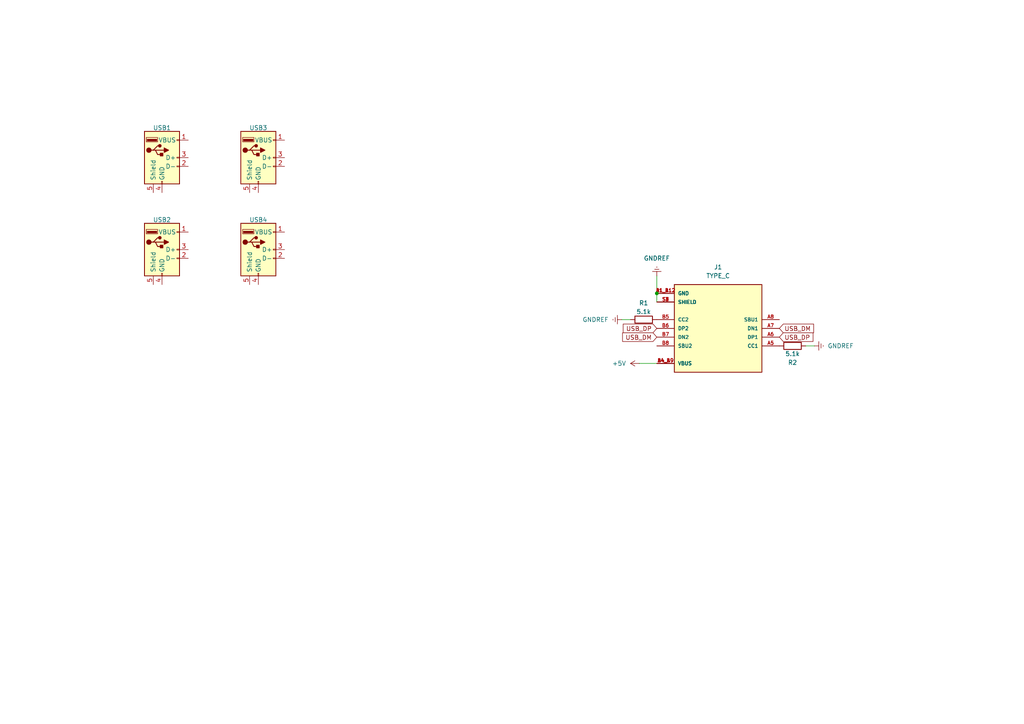
<source format=kicad_sch>
(kicad_sch (version 20231120) (generator "eeschema") (generator_version "8.0")
  (paper "A4")
  (lib_symbols
    (symbol "Connector:USB_A" (pin_names (offset 1.016))
      (property "Reference" "J" (at -5.08 11.43 0))
      (property "Value" "USB_A" (at -5.08 8.89 0))
      (symbol "USB_A_0_1"
        (rectangle (start -5.08 -7.62) (end 5.08 7.62) (stroke (width 0.254)) (fill (type background)))
        (circle (center -3.81 2.159) (radius 0.635) (stroke (width 0.254)) (fill (type outline)))
        (rectangle (start -1.524 4.826) (end -4.318 5.334) (fill (type outline)))
        (rectangle (start -1.27 4.572) (end -4.572 5.842))
        (circle (center -0.635 3.429) (radius 0.381) (stroke (width 0.254)) (fill (type outline)))
        (rectangle (start -0.127 -7.62) (end 0.127 -6.858))
        (polyline (pts (xy -3.175 2.159) (xy -2.54 2.159) (xy -1.27 3.429) (xy -0.635 3.429)) (stroke (width 0.254)))
        (polyline (pts (xy -2.54 2.159) (xy -1.905 2.159) (xy -1.27 0.889) (xy 0 0.889)) (stroke (width 0.254)))
        (polyline (pts (xy 0.635 2.794) (xy 0.635 1.524) (xy 1.905 2.159) (xy 0.635 2.794)) (stroke (width 0.254)) (fill (type outline)))
        (rectangle (start 0.254 1.27) (end -0.508 0.508) (stroke (width 0.254)) (fill (type outline)))
        (rectangle (start 5.08 -2.667) (end 4.318 -2.413))
        (rectangle (start 5.08 -0.127) (end 4.318 0.127))
        (rectangle (start 5.08 4.953) (end 4.318 5.207))
      )
      (symbol "USB_A_1_1"
        (polyline (pts (xy -1.905 2.159) (xy 0.635 2.159)) (stroke (width 0.254)))
        (pin power_in line (at 7.62 5.08 180) (length 2.54) (name "VBUS") (number "1"))
        (pin bidirectional line (at 7.62 -2.54 180) (length 2.54) (name "D-") (number "2"))
        (pin bidirectional line (at 7.62 0 180) (length 2.54) (name "D+") (number "3"))
        (pin power_in line (at 0 -10.16 90) (length 2.54) (name "GND") (number "4"))
        (pin passive line (at -2.54 -10.16 90) (length 2.54) (name "Shield") (number "5"))
      )
    )
    (symbol "Device:R" (pin_numbers hide) (pin_names (offset 0))
      (property "Reference" "R" (at 2.032 0 90))
      (property "Value" "R" (at 0 0 90))
      (symbol "R_0_1"
        (rectangle (start -1.016 -2.54) (end 1.016 2.54) (stroke (width 0.254)))
      )
      (symbol "R_1_1"
        (pin passive line (at 0 3.81 270) (length 1.27) (name "~") (number "1"))
        (pin passive line (at 0 -3.81 90) (length 1.27) (name "~") (number "2"))
      )
    )
    (symbol "TYPE-C-31-M-12:TYPE-C-31-M-12" (pin_names (offset 1.016))
      (property "Reference" "J" (at -12.7 13.462 0))
      (property "Value" "TYPE-C-31-M-12" (at -12.7 -13.462 0))
      (symbol "TYPE-C-31-M-12_0_0"
        (rectangle (start -12.7 -12.7) (end 12.7 12.7) (stroke (width 0.254)) (fill (type background)))
        (pin power_in line (at 17.78 -10.16 180) (length 5.08) (name "GND") (number "A1_B12"))
        (pin power_in line (at 17.78 10.16 180) (length 5.08) (name "VBUS") (number "A4_B9"))
        (pin bidirectional line (at -17.78 5.08 0) (length 5.08) (name "CC1") (number "A5"))
        (pin bidirectional line (at -17.78 2.54 0) (length 5.08) (name "DP1") (number "A6"))
        (pin bidirectional line (at -17.78 0 0) (length 5.08) (name "DN1") (number "A7"))
        (pin bidirectional line (at -17.78 -2.54 0) (length 5.08) (name "SBU1") (number "A8"))
        (pin power_in line (at 17.78 -10.16 180) (length 5.08) (name "GND") (number "B1_A12"))
        (pin power_in line (at 17.78 10.16 180) (length 5.08) (name "VBUS") (number "B4_A9"))
        (pin bidirectional line (at 17.78 -2.54 180) (length 5.08) (name "CC2") (number "B5"))
        (pin bidirectional line (at 17.78 0 180) (length 5.08) (name "DP2") (number "B6"))
        (pin bidirectional line (at 17.78 2.54 180) (length 5.08) (name "DN2") (number "B7"))
        (pin bidirectional line (at 17.78 5.08 180) (length 5.08) (name "SBU2") (number "B8"))
        (pin passive line (at 17.78 -7.62 180) (length 5.08) (name "SHIELD") (number "S1"))
        (pin passive line (at 17.78 -7.62 180) (length 5.08) (name "SHIELD") (number "S2"))
        (pin passive line (at 17.78 -7.62 180) (length 5.08) (name "SHIELD") (number "S3"))
        (pin passive line (at 17.78 -7.62 180) (length 5.08) (name "SHIELD") (number "S4"))
      )
    )
    (symbol "power:+5V" (power) (pin_numbers hide) (pin_names (offset 0) hide)
      (property "Value" "+5V" (at 0 3.556 0))
      (symbol "+5V_0_1"
        (polyline (pts (xy -0.762 1.27) (xy 0 2.54)))
        (polyline (pts (xy 0 0) (xy 0 2.54)))
        (polyline (pts (xy 0 2.54) (xy 0.762 1.27)))
      )
      (symbol "+5V_1_1"
        (pin power_in line (at 0 0 90) (length 0) (name "~") (number "1"))
      )
    )
    (symbol "power:GNDREF" (power) (pin_numbers hide) (pin_names (offset 0) hide)
      (property "Value" "GNDREF" (at 0 -3.81 0))
      (symbol "GNDREF_0_1"
        (polyline (pts (xy -0.635 -1.905) (xy 0.635 -1.905)))
        (polyline (pts (xy -0.127 -2.54) (xy 0.127 -2.54)))
        (polyline (pts (xy 0 -1.27) (xy 0 0)))
        (polyline (pts (xy 1.27 -1.27) (xy -1.27 -1.27)))
      )
      (symbol "GNDREF_1_1"
        (pin power_in line (at 0 0 270) (length 0) (name "~") (number "1"))
      )
    )
  )
  (junction (at 190.5 85.09))
  (wire (pts (xy 236.22 100.33) (xy 233.68 100.33)))
  (wire (pts (xy 190.5 85.09) (xy 190.5 87.63)))
  (wire (pts (xy 180.34 92.71) (xy 182.88 92.71)))
  (wire (pts (xy 190.5 105.41) (xy 185.42 105.41)))
  (wire (pts (xy 190.5 80.01) (xy 190.5 85.09)))
  (global_label "USB_DP" (shape input) (at 190.5 95.25 180) (property "Intersheetrefs" "${INTERSHEET_REFS}" (effects (hide yes))))
  (global_label "USB_DM" (shape input) (at 190.5 97.79 180) (property "Intersheetrefs" "${INTERSHEET_REFS}" (effects (hide yes))))
  (global_label "USB_DM" (shape input) (at 226.06 95.25 0) (property "Intersheetrefs" "${INTERSHEET_REFS}" (effects (hide yes))))
  (global_label "USB_DP" (shape input) (at 226.06 97.79 0) (property "Intersheetrefs" "${INTERSHEET_REFS}" (effects (hide yes))))
  (symbol (lib_id "Connector:USB_A") (at 74.93 45.72 0) (unit 1)
    (property "Reference" "USB3" (at 74.93 37.084 0))
    (property "Value" "USB_A" (effects (hide yes)))
    (property "Description" "USB Type A connector" (effects (hide yes)))
  )
  (symbol (lib_id "Connector:USB_A") (at 46.99 72.39 0) (unit 1)
    (property "Reference" "USB2" (at 46.99 63.754 0))
    (property "Value" "USB_A" (effects (hide yes)))
    (property "Description" "USB Type A connector" (effects (hide yes)))
  )
  (symbol (lib_id "Connector:USB_A") (at 46.99 45.72 0) (unit 1)
    (property "Reference" "USB1" (at 46.99 37.084 0))
    (property "Value" "USB_A" (effects (hide yes)))
    (property "Description" "USB Type A connector" (effects (hide yes)))
  )
  (symbol (lib_id "power:GNDREF") (at 190.5 80.01 180) (unit 1)
    (property "Reference" "#PWR01" (effects (hide yes)))
    (property "Value" "GNDREF" (at 190.5 74.93 0))
    (property "Description" "Power symbol creates a global label with name \"GNDREF\" , reference supply ground" (effects (hide yes)))
  )
  (symbol (lib_id "power:+5V") (at 185.42 105.41 90) (mirror x) (unit 1)
    (property "Reference" "#PWR02" (effects (hide yes)))
    (property "Value" "+5V" (at 181.61 105.4101 90) (effects (justify left)))
    (property "Description" "Power symbol creates a global label with name \"+5V\"" (effects (hide yes)))
  )
  (symbol (lib_id "power:GNDREF") (at 236.22 100.33 90) (unit 1)
    (property "Reference" "#PWR04" (effects (hide yes)))
    (property "Value" "GNDREF" (at 240.03 100.3299 90) (effects (justify right)))
  )
  (symbol (lib_id "Connector:USB_A") (at 74.93 72.39 0) (unit 1)
    (property "Reference" "USB4" (at 74.93 63.754 0))
    (property "Value" "USB_A" (effects (hide yes)))
    (property "Description" "USB Type A connector" (effects (hide yes)))
  )
  (symbol (lib_id "TYPE-C-31-M-12:TYPE-C-31-M-12") (at 208.28 95.25 180) (unit 1)
    (property "Reference" "J1" (at 208.28 77.47 0))
    (property "Value" "TYPE_C" (at 208.28 80.01 0))
    (property "Footprint" "TYPE-C-31-M-12:HRO_TYPE-C-31-M-12" (effects (hide yes)))
    (property "MF" "HRO Electronics Co., Ltd." (effects (hide yes)))
    (property "MAXIMUM_PACKAGE_HEIGHT" "3.26 mm" (effects (hide yes)))
    (property "Package" "Package" (effects (hide yes)))
    (property "Price" "None" (effects (hide yes)))
    (property "Check_prices" "https://www.snapeda.com/parts/TYPE-C-31-M-12/HRO+Electronics+Co.%252C+Ltd./view-part/?ref=eda" (effects (hide yes)))
    (property "STANDARD" "Manufacturer Recommendations" (effects (hide yes)))
    (property "PARTREV" "2020.12.08" (effects (hide yes)))
    (property "SnapEDA_Link" "https://www.snapeda.com/parts/TYPE-C-31-M-12/HRO+Electronics+Co.%252C+Ltd./view-part/?ref=snap" (effects (hide yes)))
    (property "MP" "TYPE-C-31-M-12" (effects (hide yes)))
    (property "Description_1" "\nUSB Connectors 24 Receptacle 1 8.94*7.3mm RoHS\n" (effects (hide yes)))
    (property "SNAPEDA_PN" "TYPE-C-31-M-12" (effects (hide yes)))
    (property "Availability" "Not in stock" (effects (hide yes)))
    (property "MANUFACTURER" "HRO Electronics Co., Ltd." (effects (hide yes)))
  )
  (symbol (lib_id "Device:R") (at 186.69 92.71 90) (unit 1)
    (property "Reference" "R1" (at 186.69 87.884 90))
    (property "Value" "5.1k" (at 186.69 90.424 90))
    (property "Footprint" "RMCF0805JT5K10:RESC2012X65N" (effects (hide yes)))
    (property "Description" "Resistor" (effects (hide yes)))
  )
  (symbol (lib_id "power:GNDREF") (at 180.34 92.71 270) (unit 1)
    (property "Reference" "#PWR03" (effects (hide yes)))
    (property "Value" "GNDREF" (at 176.53 92.7101 90) (effects (justify right)))
  )
  (symbol (lib_id "Device:R") (at 229.87 100.33 270) (unit 1)
    (property "Reference" "R2" (at 229.87 105.156 90))
    (property "Value" "5.1k" (at 229.87 102.616 90))
    (property "Footprint" "RMCF0805JT5K10:RESC2012X65N" (effects (hide yes)))
    (property "Description" "Resistor" (effects (hide yes)))
  )
)
</source>
